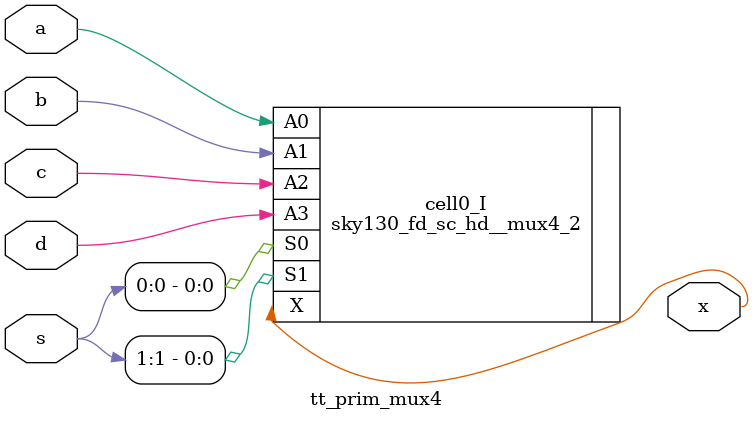
<source format=v>

/*
 * tt_prim_mux4.v
 *
 * TT Primitive
 * Mux4
 *
 * Copyright (c) 2023 Sylvain Munaut <tnt@246tNt.com>
 * SPDX-License-Identifier: Apache-2.0
 */

`default_nettype none

module tt_prim_mux4 (
	input  wire a,
	input  wire b,
	input  wire c,
	input  wire d,
	output wire x,
	input  wire [1:0] s
);

	sky130_fd_sc_hd__mux4_2 cell0_I (
`ifdef WITH_POWER
		.VPWR (1'b1),
		.VGND (1'b0),
		.VPB  (1'b1),
		.VNB  (1'b0),
`endif
		.A0 (a),
		.A1 (b),
		.A2 (c),
		.A3 (d),
		.S0 (s[0]),
		.S1 (s[1]),
		.X  (x)
	);

endmodule // tt_prim_mux4

</source>
